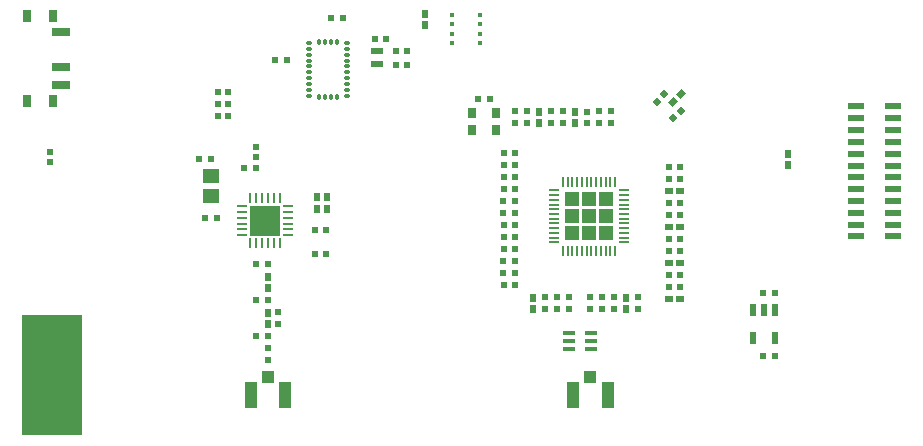
<source format=gtp>
G04 Layer_Color=8421504*
%FSLAX25Y25*%
%MOIN*%
G70*
G01*
G75*
%ADD10R,0.05400X0.02400*%
%ADD11R,0.02362X0.01968*%
%ADD12R,0.01575X0.01575*%
%ADD13R,0.03937X0.01968*%
%ADD14O,0.01378X0.02362*%
%ADD15O,0.02362X0.01378*%
%ADD16R,0.10236X0.10236*%
%ADD17O,0.00984X0.03347*%
%ADD18O,0.03347X0.00984*%
%ADD19R,0.02165X0.02165*%
%ADD20R,0.02165X0.02165*%
%ADD21R,0.02362X0.04331*%
%ADD22R,0.03150X0.03543*%
%ADD23R,0.02362X0.02953*%
%ADD24R,0.00787X0.03543*%
%ADD25R,0.03543X0.00787*%
%ADD27R,0.20000X0.40000*%
%ADD28R,0.05905X0.02756*%
%ADD29R,0.03150X0.03937*%
%ADD30P,0.03062X4X180.0*%
%ADD32R,0.05787X0.04685*%
%ADD33R,0.01968X0.02559*%
%ADD34R,0.01968X0.02362*%
%ADD35R,0.02559X0.01968*%
G04:AMPARAMS|DCode=36|XSize=19.68mil|YSize=23.62mil|CornerRadius=0mil|HoleSize=0mil|Usage=FLASHONLY|Rotation=135.000|XOffset=0mil|YOffset=0mil|HoleType=Round|Shape=Rectangle|*
%AMROTATEDRECTD36*
4,1,4,0.01531,0.00139,-0.00139,-0.01531,-0.01531,-0.00139,0.00139,0.01531,0.01531,0.00139,0.0*
%
%ADD36ROTATEDRECTD36*%

%ADD37R,0.03937X0.01378*%
%ADD38R,0.03937X0.03937*%
%ADD39R,0.04134X0.08661*%
%ADD75R,0.05118X0.05118*%
D10*
X278402Y-50685D02*
D03*
X291000D02*
D03*
X278402Y-46748D02*
D03*
X291000D02*
D03*
X278402Y-42811D02*
D03*
X291000D02*
D03*
X278402Y-38874D02*
D03*
X291000D02*
D03*
X278402Y-34937D02*
D03*
X291000D02*
D03*
X278402Y-31000D02*
D03*
X291000D02*
D03*
X278402Y-27063D02*
D03*
X291000D02*
D03*
X278402Y-23126D02*
D03*
X291000D02*
D03*
X278402Y-19189D02*
D03*
X291000D02*
D03*
X278402Y-15252D02*
D03*
X291000D02*
D03*
X278402Y-11315D02*
D03*
X291000D02*
D03*
X278402Y-7378D02*
D03*
X291000D02*
D03*
D11*
X156468Y-5000D02*
D03*
X152532D02*
D03*
X247532Y-69500D02*
D03*
X251468Y-69500D02*
D03*
X247532Y-90500D02*
D03*
X251468D02*
D03*
X59531Y-25000D02*
D03*
X63468D02*
D03*
X74532Y-28000D02*
D03*
X78469D02*
D03*
X61532Y-44500D02*
D03*
X65469D02*
D03*
X78531Y-84000D02*
D03*
X82468D02*
D03*
X78531Y-72000D02*
D03*
X82468D02*
D03*
X78531Y-60000D02*
D03*
X82468D02*
D03*
X101969Y-56500D02*
D03*
X98032D02*
D03*
X101969Y-48500D02*
D03*
X98032D02*
D03*
X128969Y11000D02*
D03*
X125031D02*
D03*
X128969Y6500D02*
D03*
X125031D02*
D03*
X121968Y15000D02*
D03*
X118032D02*
D03*
X107468Y22000D02*
D03*
X103532D02*
D03*
X88937Y8000D02*
D03*
X85000D02*
D03*
X219969Y-67500D02*
D03*
X216032D02*
D03*
X219969Y-63500D02*
D03*
X216032D02*
D03*
X219969Y-55500D02*
D03*
X216032D02*
D03*
X219969Y-51500D02*
D03*
X216032D02*
D03*
X161031Y-55000D02*
D03*
X164969D02*
D03*
X161031Y-47000D02*
D03*
X164969D02*
D03*
X219969Y-43500D02*
D03*
X216032D02*
D03*
X219969Y-39500D02*
D03*
X216032D02*
D03*
X219969Y-31500D02*
D03*
X216032D02*
D03*
X219969Y-27500D02*
D03*
X216032D02*
D03*
X161031Y-51000D02*
D03*
X164969D02*
D03*
X161031Y-31000D02*
D03*
X164969D02*
D03*
X161031Y-27000D02*
D03*
X164969D02*
D03*
D12*
X153224Y23224D02*
D03*
Y20075D02*
D03*
Y16925D02*
D03*
Y13776D02*
D03*
X143776D02*
D03*
Y16925D02*
D03*
Y20075D02*
D03*
Y23224D02*
D03*
D13*
X119000Y6669D02*
D03*
X119000Y11000D02*
D03*
D14*
X105453Y14252D02*
D03*
X103484D02*
D03*
X101516D02*
D03*
X99547D02*
D03*
Y-4252D02*
D03*
X101516Y-4252D02*
D03*
X103484D02*
D03*
X105453D02*
D03*
D15*
X96004Y13858D02*
D03*
X96004Y11890D02*
D03*
X96004Y9921D02*
D03*
Y7953D02*
D03*
Y5984D02*
D03*
Y4016D02*
D03*
Y2047D02*
D03*
Y79D02*
D03*
Y-1890D02*
D03*
X96004Y-3858D02*
D03*
X108996Y-3858D02*
D03*
Y-1890D02*
D03*
Y79D02*
D03*
X108996Y2047D02*
D03*
Y4016D02*
D03*
Y5984D02*
D03*
X108996Y7953D02*
D03*
Y9921D02*
D03*
X108996Y11890D02*
D03*
Y13858D02*
D03*
D16*
X81453Y-45421D02*
D03*
D17*
X86374Y-53000D02*
D03*
X84405D02*
D03*
X82437D02*
D03*
X80468D02*
D03*
X78500D02*
D03*
X76531D02*
D03*
Y-37843D02*
D03*
X78500D02*
D03*
X80468D02*
D03*
X82437D02*
D03*
X84405D02*
D03*
X86374D02*
D03*
D18*
X73874Y-50343D02*
D03*
Y-48374D02*
D03*
Y-46406D02*
D03*
Y-44437D02*
D03*
Y-42469D02*
D03*
Y-40500D02*
D03*
X89031D02*
D03*
Y-42469D02*
D03*
Y-44437D02*
D03*
Y-46406D02*
D03*
Y-48374D02*
D03*
Y-50343D02*
D03*
D19*
X10000Y-26000D02*
D03*
Y-22457D02*
D03*
X78500Y-20728D02*
D03*
Y-24272D02*
D03*
X189000Y-12772D02*
D03*
Y-9228D02*
D03*
D20*
X65728Y-2500D02*
D03*
X69272D02*
D03*
X65728Y-10500D02*
D03*
X69272D02*
D03*
X65728Y-6500D02*
D03*
X69272D02*
D03*
X161228Y-67000D02*
D03*
X164772D02*
D03*
X161228Y-35000D02*
D03*
X164772D02*
D03*
X161228Y-23000D02*
D03*
X164772D02*
D03*
D21*
X251500Y-84697D02*
D03*
X244020Y-84697D02*
D03*
Y-75248D02*
D03*
X247760D02*
D03*
X251500D02*
D03*
D22*
X150465Y-9646D02*
D03*
X158535D02*
D03*
Y-15354D02*
D03*
X150465D02*
D03*
D23*
X102075Y-37433D02*
D03*
Y-41567D02*
D03*
X98925Y-37433D02*
D03*
Y-41567D02*
D03*
D24*
X198161Y-32386D02*
D03*
X195012D02*
D03*
X191862D02*
D03*
X188713D02*
D03*
X185563D02*
D03*
X182413D02*
D03*
X180839D02*
D03*
X183988D02*
D03*
X187138D02*
D03*
X190287D02*
D03*
X193437D02*
D03*
X196587D02*
D03*
X180839Y-55614D02*
D03*
X183988D02*
D03*
X187138D02*
D03*
X190287D02*
D03*
X193437D02*
D03*
X196587D02*
D03*
X198161D02*
D03*
X195012D02*
D03*
X191862D02*
D03*
X188713D02*
D03*
X185563D02*
D03*
X182413D02*
D03*
D25*
X201114Y-52661D02*
D03*
Y-49512D02*
D03*
Y-46362D02*
D03*
Y-43213D02*
D03*
Y-40063D02*
D03*
Y-36913D02*
D03*
Y-35339D02*
D03*
Y-38488D02*
D03*
Y-41638D02*
D03*
Y-44787D02*
D03*
Y-47937D02*
D03*
Y-51087D02*
D03*
X177886Y-36913D02*
D03*
Y-40063D02*
D03*
Y-43213D02*
D03*
Y-46362D02*
D03*
Y-49512D02*
D03*
Y-52661D02*
D03*
Y-51087D02*
D03*
Y-47937D02*
D03*
Y-44787D02*
D03*
Y-41638D02*
D03*
Y-38488D02*
D03*
Y-35339D02*
D03*
D27*
X10500Y-97000D02*
D03*
D28*
X13390Y17453D02*
D03*
Y5642D02*
D03*
Y-264D02*
D03*
D29*
X2169Y22768D02*
D03*
X10831D02*
D03*
X2169Y-5579D02*
D03*
X10831D02*
D03*
D30*
X217639Y-11361D02*
D03*
X220145Y-8855D02*
D03*
X212139Y-5861D02*
D03*
X214645Y-3355D02*
D03*
D32*
X63500Y-30634D02*
D03*
Y-37366D02*
D03*
D33*
X82500Y-76130D02*
D03*
Y-79870D02*
D03*
Y-64130D02*
D03*
Y-67870D02*
D03*
X256000Y-26870D02*
D03*
Y-23130D02*
D03*
X135000Y19630D02*
D03*
Y23370D02*
D03*
X202000Y-74870D02*
D03*
Y-71130D02*
D03*
X171000Y-74870D02*
D03*
Y-71130D02*
D03*
X185000Y-9130D02*
D03*
Y-12870D02*
D03*
X173000Y-9130D02*
D03*
Y-12870D02*
D03*
D34*
X82500Y-88032D02*
D03*
Y-91969D02*
D03*
X86000Y-76032D02*
D03*
Y-79969D02*
D03*
X190000Y-74968D02*
D03*
Y-71031D02*
D03*
X206000Y-71031D02*
D03*
Y-74968D02*
D03*
X198000Y-74968D02*
D03*
Y-71031D02*
D03*
X194000Y-74968D02*
D03*
Y-71031D02*
D03*
X175000Y-74968D02*
D03*
Y-71031D02*
D03*
X179000Y-74968D02*
D03*
Y-71031D02*
D03*
X183000Y-74968D02*
D03*
Y-71031D02*
D03*
X165000Y-62968D02*
D03*
Y-59031D02*
D03*
X161000Y-62968D02*
D03*
Y-59031D02*
D03*
Y-39031D02*
D03*
Y-42968D02*
D03*
X165000Y-42968D02*
D03*
Y-39031D02*
D03*
X181000Y-9031D02*
D03*
Y-12968D02*
D03*
X177000Y-9031D02*
D03*
Y-12968D02*
D03*
X169000Y-9031D02*
D03*
Y-12968D02*
D03*
X165000Y-9031D02*
D03*
Y-12968D02*
D03*
X197000Y-9031D02*
D03*
Y-12968D02*
D03*
X193000Y-9031D02*
D03*
Y-12968D02*
D03*
D35*
X219870Y-71500D02*
D03*
X216130D02*
D03*
X219870Y-59500D02*
D03*
X216130D02*
D03*
X219870Y-47500D02*
D03*
X216130D02*
D03*
X219870Y-35500D02*
D03*
X216130D02*
D03*
D36*
X217500Y-6000D02*
D03*
X220284Y-3216D02*
D03*
D37*
X182957Y-88059D02*
D03*
Y-85500D02*
D03*
Y-82941D02*
D03*
X190043D02*
D03*
Y-85500D02*
D03*
Y-88059D02*
D03*
D38*
X82500Y-97594D02*
D03*
X190000D02*
D03*
D39*
X88307Y-103500D02*
D03*
X76693D02*
D03*
X195807D02*
D03*
X184193D02*
D03*
D75*
X189500Y-49709D02*
D03*
Y-38291D02*
D03*
X183791Y-44000D02*
D03*
X195209D02*
D03*
Y-38291D02*
D03*
X195209Y-49709D02*
D03*
X183791Y-49709D02*
D03*
Y-38291D02*
D03*
X189500Y-44000D02*
D03*
M02*

</source>
